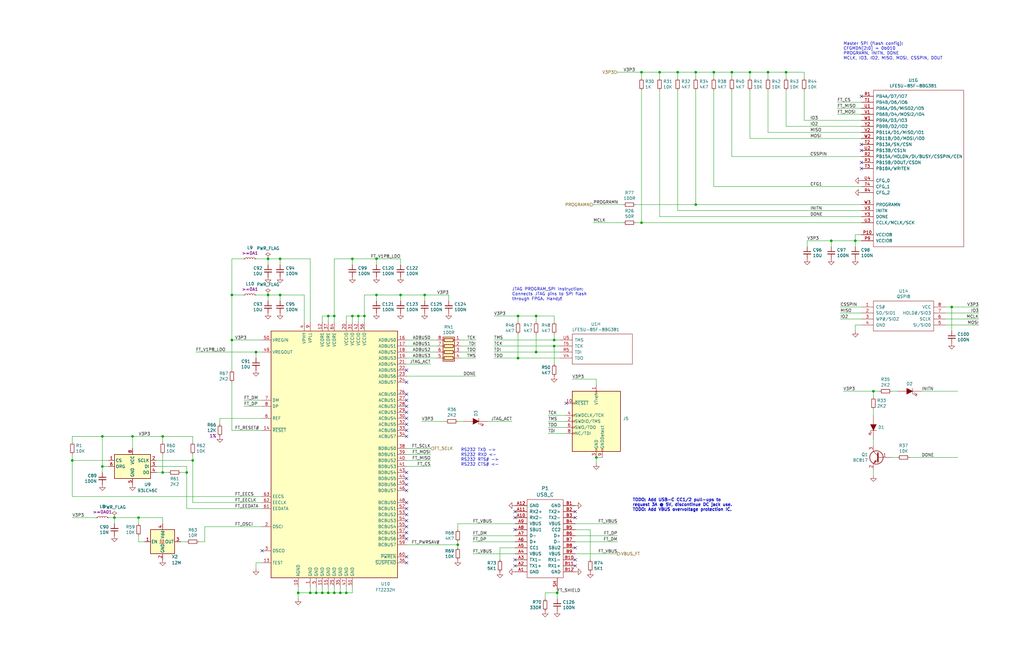
<source format=kicad_sch>
(kicad_sch (version 20210621) (generator eeschema)
  (paper "B")
  (title_block (title "Tedium X8") (date "2020-03-13") (rev "20200313") (company "ShareBrained Technology, Inc.") (comment 1 "Copyright (C) 2020 Jared Boone") (comment 2 "Licensed under CERN-OHL-P v2"))
  (junction (at 30.48 194.31) (diameter 0.9144))
  (junction (at 43.18 184.15) (diameter 0.9144))
  (junction (at 43.18 196.85) (diameter 0.9144))
  (junction (at 48.26 218.44) (diameter 0.9144))
  (junction (at 55.88 184.15) (diameter 0.9144))
  (junction (at 58.42 218.44) (diameter 0.9144))
  (junction (at 68.58 184.15) (diameter 0.9144))
  (junction (at 68.58 199.39) (diameter 0.9144))
  (junction (at 78.74 199.39) (diameter 0.9144))
  (junction (at 81.28 194.31) (diameter 0.9144))
  (junction (at 97.79 124.46) (diameter 0.9144))
  (junction (at 97.79 143.51) (diameter 0.9144))
  (junction (at 107.95 148.59) (diameter 0.9144))
  (junction (at 113.03 109.22) (diameter 0.9144))
  (junction (at 113.03 124.46) (diameter 0.9144))
  (junction (at 118.11 109.22) (diameter 0.9144))
  (junction (at 118.11 124.46) (diameter 0.9144))
  (junction (at 125.73 250.19) (diameter 0.9144))
  (junction (at 130.81 250.19) (diameter 0.9144))
  (junction (at 133.35 250.19) (diameter 0.9144))
  (junction (at 135.89 250.19) (diameter 0.9144))
  (junction (at 138.43 133.35) (diameter 0.9144))
  (junction (at 138.43 250.19) (diameter 0.9144))
  (junction (at 140.97 133.35) (diameter 0.9144))
  (junction (at 140.97 250.19) (diameter 0.9144))
  (junction (at 143.51 250.19) (diameter 0.9144))
  (junction (at 146.05 250.19) (diameter 0.9144))
  (junction (at 148.59 109.22) (diameter 0.9144))
  (junction (at 148.59 133.35) (diameter 0.9144))
  (junction (at 151.13 133.35) (diameter 0.9144))
  (junction (at 153.67 133.35) (diameter 0.9144))
  (junction (at 158.75 109.22) (diameter 0.9144))
  (junction (at 158.75 124.46) (diameter 0.9144))
  (junction (at 168.91 124.46) (diameter 0.9144))
  (junction (at 179.07 124.46) (diameter 0.9144))
  (junction (at 193.04 229.87) (diameter 0.9144))
  (junction (at 218.44 133.35) (diameter 0.9144))
  (junction (at 218.44 151.13) (diameter 0.9144))
  (junction (at 226.06 133.35) (diameter 0.9144))
  (junction (at 226.06 148.59) (diameter 0.9144))
  (junction (at 233.68 143.51) (diameter 0.9144))
  (junction (at 233.68 146.05) (diameter 0.9144))
  (junction (at 234.95 250.19) (diameter 0.9144))
  (junction (at 251.46 193.04) (diameter 0.9144))
  (junction (at 270.51 30.48) (diameter 0.9144))
  (junction (at 270.51 93.98) (diameter 0.9144))
  (junction (at 278.13 30.48) (diameter 0.9144))
  (junction (at 285.75 30.48) (diameter 0.9144))
  (junction (at 293.37 30.48) (diameter 0.9144))
  (junction (at 293.37 86.36) (diameter 0.9144))
  (junction (at 300.99 30.48) (diameter 0.9144))
  (junction (at 308.61 30.48) (diameter 0.9144))
  (junction (at 316.23 30.48) (diameter 0.9144))
  (junction (at 323.85 30.48) (diameter 0.9144))
  (junction (at 331.47 30.48) (diameter 0.9144))
  (junction (at 350.52 101.6) (diameter 0.9144))
  (junction (at 360.68 101.6) (diameter 0.9144))
  (junction (at 368.3 165.1) (diameter 0.9144))
  (junction (at 401.32 129.54) (diameter 0.9144))
  (no_connect (at 110.49 232.41))
  (no_connect (at 171.45 156.21))
  (no_connect (at 171.45 161.29))
  (no_connect (at 171.45 166.37))
  (no_connect (at 171.45 168.91))
  (no_connect (at 171.45 171.45))
  (no_connect (at 171.45 173.99))
  (no_connect (at 171.45 176.53))
  (no_connect (at 171.45 179.07))
  (no_connect (at 171.45 181.61))
  (no_connect (at 171.45 184.15))
  (no_connect (at 171.45 199.39))
  (no_connect (at 171.45 201.93))
  (no_connect (at 171.45 204.47))
  (no_connect (at 171.45 207.01))
  (no_connect (at 171.45 212.09))
  (no_connect (at 171.45 214.63))
  (no_connect (at 171.45 217.17))
  (no_connect (at 171.45 219.71))
  (no_connect (at 171.45 222.25))
  (no_connect (at 171.45 224.79))
  (no_connect (at 171.45 227.33))
  (no_connect (at 171.45 234.95))
  (no_connect (at 171.45 237.49))
  (no_connect (at 217.17 215.9))
  (no_connect (at 217.17 218.44))
  (no_connect (at 217.17 223.52))
  (no_connect (at 217.17 236.22))
  (no_connect (at 217.17 238.76))
  (no_connect (at 238.76 170.18))
  (no_connect (at 242.57 215.9))
  (no_connect (at 242.57 218.44))
  (no_connect (at 242.57 231.14))
  (no_connect (at 242.57 236.22))
  (no_connect (at 242.57 238.76))
  (no_connect (at 363.22 40.64))
  (no_connect (at 363.22 60.96))
  (no_connect (at 363.22 63.5))
  (no_connect (at 363.22 68.58))
  (no_connect (at 363.22 71.12))
  (wire (pts (xy 30.48 184.15) (xy 43.18 184.15)))
  (wire (pts (xy 30.48 186.69) (xy 30.48 184.15)))
  (wire (pts (xy 30.48 194.31) (xy 30.48 191.77)))
  (wire (pts (xy 30.48 194.31) (xy 45.72 194.31)))
  (wire (pts (xy 30.48 209.55) (xy 30.48 194.31)))
  (wire (pts (xy 30.48 209.55) (xy 110.49 209.55)))
  (wire (pts (xy 40.64 218.44) (xy 30.48 218.44)))
  (wire (pts (xy 43.18 184.15) (xy 55.88 184.15)))
  (wire (pts (xy 43.18 196.85) (xy 43.18 184.15)))
  (wire (pts (xy 43.18 196.85) (xy 43.18 199.39)))
  (wire (pts (xy 45.72 196.85) (xy 43.18 196.85)))
  (wire (pts (xy 45.72 218.44) (xy 48.26 218.44)))
  (wire (pts (xy 48.26 218.44) (xy 48.26 220.98)))
  (wire (pts (xy 48.26 218.44) (xy 58.42 218.44)))
  (wire (pts (xy 55.88 184.15) (xy 55.88 189.23)))
  (wire (pts (xy 58.42 220.98) (xy 58.42 218.44)))
  (wire (pts (xy 58.42 226.06) (xy 58.42 228.6)))
  (wire (pts (xy 58.42 228.6) (xy 60.96 228.6)))
  (wire (pts (xy 66.04 196.85) (xy 78.74 196.85)))
  (wire (pts (xy 66.04 199.39) (xy 68.58 199.39)))
  (wire (pts (xy 68.58 184.15) (xy 55.88 184.15)))
  (wire (pts (xy 68.58 184.15) (xy 68.58 186.69)))
  (wire (pts (xy 68.58 184.15) (xy 81.28 184.15)))
  (wire (pts (xy 68.58 199.39) (xy 68.58 191.77)))
  (wire (pts (xy 68.58 199.39) (xy 71.12 199.39)))
  (wire (pts (xy 68.58 218.44) (xy 58.42 218.44)))
  (wire (pts (xy 68.58 218.44) (xy 68.58 220.98)))
  (wire (pts (xy 76.2 199.39) (xy 78.74 199.39)))
  (wire (pts (xy 78.74 196.85) (xy 78.74 199.39)))
  (wire (pts (xy 78.74 214.63) (xy 78.74 199.39)))
  (wire (pts (xy 78.74 214.63) (xy 110.49 214.63)))
  (wire (pts (xy 78.74 228.6) (xy 76.2 228.6)))
  (wire (pts (xy 81.28 186.69) (xy 81.28 184.15)))
  (wire (pts (xy 81.28 191.77) (xy 81.28 194.31)))
  (wire (pts (xy 81.28 194.31) (xy 66.04 194.31)))
  (wire (pts (xy 81.28 212.09) (xy 81.28 194.31)))
  (wire (pts (xy 81.28 212.09) (xy 110.49 212.09)))
  (wire (pts (xy 82.55 148.59) (xy 107.95 148.59)))
  (wire (pts (xy 86.36 222.25) (xy 86.36 228.6)))
  (wire (pts (xy 86.36 222.25) (xy 110.49 222.25)))
  (wire (pts (xy 86.36 228.6) (xy 83.82 228.6)))
  (wire (pts (xy 92.71 176.53) (xy 92.71 179.07)))
  (wire (pts (xy 97.79 109.22) (xy 102.87 109.22)))
  (wire (pts (xy 97.79 124.46) (xy 97.79 109.22)))
  (wire (pts (xy 97.79 143.51) (xy 97.79 124.46)))
  (wire (pts (xy 97.79 156.21) (xy 97.79 143.51)))
  (wire (pts (xy 97.79 181.61) (xy 97.79 161.29)))
  (wire (pts (xy 97.79 181.61) (xy 110.49 181.61)))
  (wire (pts (xy 102.87 124.46) (xy 97.79 124.46)))
  (wire (pts (xy 102.87 168.91) (xy 110.49 168.91)))
  (wire (pts (xy 102.87 171.45) (xy 110.49 171.45)))
  (wire (pts (xy 107.95 109.22) (xy 113.03 109.22)))
  (wire (pts (xy 107.95 124.46) (xy 113.03 124.46)))
  (wire (pts (xy 107.95 148.59) (xy 107.95 151.13)))
  (wire (pts (xy 107.95 237.49) (xy 107.95 240.03)))
  (wire (pts (xy 110.49 143.51) (xy 97.79 143.51)))
  (wire (pts (xy 110.49 148.59) (xy 107.95 148.59)))
  (wire (pts (xy 110.49 176.53) (xy 92.71 176.53)))
  (wire (pts (xy 110.49 237.49) (xy 107.95 237.49)))
  (wire (pts (xy 113.03 109.22) (xy 118.11 109.22)))
  (wire (pts (xy 113.03 111.76) (xy 113.03 109.22)))
  (wire (pts (xy 113.03 124.46) (xy 118.11 124.46)))
  (wire (pts (xy 113.03 127) (xy 113.03 124.46)))
  (wire (pts (xy 118.11 109.22) (xy 118.11 111.76)))
  (wire (pts (xy 118.11 109.22) (xy 130.81 109.22)))
  (wire (pts (xy 118.11 124.46) (xy 118.11 127)))
  (wire (pts (xy 118.11 124.46) (xy 128.27 124.46)))
  (wire (pts (xy 125.73 247.65) (xy 125.73 250.19)))
  (wire (pts (xy 125.73 250.19) (xy 125.73 252.73)))
  (wire (pts (xy 125.73 250.19) (xy 130.81 250.19)))
  (wire (pts (xy 128.27 135.89) (xy 128.27 124.46)))
  (wire (pts (xy 130.81 109.22) (xy 130.81 135.89)))
  (wire (pts (xy 130.81 247.65) (xy 130.81 250.19)))
  (wire (pts (xy 130.81 250.19) (xy 133.35 250.19)))
  (wire (pts (xy 133.35 250.19) (xy 133.35 247.65)))
  (wire (pts (xy 133.35 250.19) (xy 135.89 250.19)))
  (wire (pts (xy 135.89 135.89) (xy 135.89 133.35)))
  (wire (pts (xy 135.89 250.19) (xy 135.89 247.65)))
  (wire (pts (xy 135.89 250.19) (xy 138.43 250.19)))
  (wire (pts (xy 138.43 133.35) (xy 135.89 133.35)))
  (wire (pts (xy 138.43 133.35) (xy 138.43 135.89)))
  (wire (pts (xy 138.43 250.19) (xy 138.43 247.65)))
  (wire (pts (xy 138.43 250.19) (xy 140.97 250.19)))
  (wire (pts (xy 140.97 109.22) (xy 140.97 133.35)))
  (wire (pts (xy 140.97 133.35) (xy 138.43 133.35)))
  (wire (pts (xy 140.97 133.35) (xy 140.97 135.89)))
  (wire (pts (xy 140.97 250.19) (xy 140.97 247.65)))
  (wire (pts (xy 140.97 250.19) (xy 143.51 250.19)))
  (wire (pts (xy 143.51 250.19) (xy 143.51 247.65)))
  (wire (pts (xy 143.51 250.19) (xy 146.05 250.19)))
  (wire (pts (xy 146.05 135.89) (xy 146.05 133.35)))
  (wire (pts (xy 146.05 250.19) (xy 146.05 247.65)))
  (wire (pts (xy 146.05 250.19) (xy 148.59 250.19)))
  (wire (pts (xy 148.59 109.22) (xy 140.97 109.22)))
  (wire (pts (xy 148.59 109.22) (xy 148.59 111.76)))
  (wire (pts (xy 148.59 133.35) (xy 146.05 133.35)))
  (wire (pts (xy 148.59 135.89) (xy 148.59 133.35)))
  (wire (pts (xy 148.59 250.19) (xy 148.59 247.65)))
  (wire (pts (xy 151.13 133.35) (xy 148.59 133.35)))
  (wire (pts (xy 151.13 135.89) (xy 151.13 133.35)))
  (wire (pts (xy 153.67 124.46) (xy 153.67 133.35)))
  (wire (pts (xy 153.67 133.35) (xy 151.13 133.35)))
  (wire (pts (xy 153.67 135.89) (xy 153.67 133.35)))
  (wire (pts (xy 158.75 109.22) (xy 148.59 109.22)))
  (wire (pts (xy 158.75 109.22) (xy 158.75 111.76)))
  (wire (pts (xy 158.75 124.46) (xy 153.67 124.46)))
  (wire (pts (xy 158.75 124.46) (xy 158.75 127)))
  (wire (pts (xy 158.75 124.46) (xy 168.91 124.46)))
  (wire (pts (xy 168.91 109.22) (xy 158.75 109.22)))
  (wire (pts (xy 168.91 109.22) (xy 168.91 111.76)))
  (wire (pts (xy 168.91 124.46) (xy 168.91 127)))
  (wire (pts (xy 168.91 124.46) (xy 179.07 124.46)))
  (wire (pts (xy 171.45 143.51) (xy 184.15 143.51)))
  (wire (pts (xy 171.45 146.05) (xy 184.15 146.05)))
  (wire (pts (xy 171.45 148.59) (xy 184.15 148.59)))
  (wire (pts (xy 171.45 151.13) (xy 184.15 151.13)))
  (wire (pts (xy 171.45 229.87) (xy 193.04 229.87)))
  (wire (pts (xy 177.8 177.8) (xy 187.96 177.8)))
  (wire (pts (xy 179.07 124.46) (xy 179.07 127)))
  (wire (pts (xy 181.61 153.67) (xy 171.45 153.67)))
  (wire (pts (xy 181.61 189.23) (xy 171.45 189.23)))
  (wire (pts (xy 181.61 191.77) (xy 171.45 191.77)))
  (wire (pts (xy 181.61 194.31) (xy 171.45 194.31)))
  (wire (pts (xy 181.61 196.85) (xy 171.45 196.85)))
  (wire (pts (xy 189.23 124.46) (xy 179.07 124.46)))
  (wire (pts (xy 189.23 124.46) (xy 189.23 127)))
  (wire (pts (xy 193.04 220.98) (xy 193.04 223.52)))
  (wire (pts (xy 193.04 220.98) (xy 217.17 220.98)))
  (wire (pts (xy 193.04 228.6) (xy 193.04 229.87)))
  (wire (pts (xy 193.04 229.87) (xy 193.04 231.14)))
  (wire (pts (xy 194.31 143.51) (xy 200.66 143.51)))
  (wire (pts (xy 194.31 146.05) (xy 200.66 146.05)))
  (wire (pts (xy 194.31 148.59) (xy 200.66 148.59)))
  (wire (pts (xy 194.31 151.13) (xy 200.66 151.13)))
  (wire (pts (xy 195.58 177.8) (xy 193.04 177.8)))
  (wire (pts (xy 199.39 226.06) (xy 217.17 226.06)))
  (wire (pts (xy 199.39 228.6) (xy 217.17 228.6)))
  (wire (pts (xy 199.39 233.68) (xy 217.17 233.68)))
  (wire (pts (xy 200.66 158.75) (xy 171.45 158.75)))
  (wire (pts (xy 208.28 133.35) (xy 218.44 133.35)))
  (wire (pts (xy 208.28 143.51) (xy 233.68 143.51)))
  (wire (pts (xy 208.28 146.05) (xy 233.68 146.05)))
  (wire (pts (xy 208.28 148.59) (xy 226.06 148.59)))
  (wire (pts (xy 208.28 151.13) (xy 218.44 151.13)))
  (wire (pts (xy 210.82 231.14) (xy 210.82 236.22)))
  (wire (pts (xy 215.9 177.8) (xy 205.74 177.8)))
  (wire (pts (xy 217.17 231.14) (xy 210.82 231.14)))
  (wire (pts (xy 218.44 133.35) (xy 218.44 135.89)))
  (wire (pts (xy 218.44 133.35) (xy 226.06 133.35)))
  (wire (pts (xy 218.44 140.97) (xy 218.44 151.13)))
  (wire (pts (xy 218.44 151.13) (xy 236.22 151.13)))
  (wire (pts (xy 226.06 133.35) (xy 226.06 135.89)))
  (wire (pts (xy 226.06 140.97) (xy 226.06 148.59)))
  (wire (pts (xy 226.06 148.59) (xy 236.22 148.59)))
  (wire (pts (xy 229.87 250.19) (xy 229.87 252.73)))
  (wire (pts (xy 231.14 175.26) (xy 238.76 175.26)))
  (wire (pts (xy 231.14 177.8) (xy 238.76 177.8)))
  (wire (pts (xy 231.14 180.34) (xy 238.76 180.34)))
  (wire (pts (xy 231.14 182.88) (xy 238.76 182.88)))
  (wire (pts (xy 233.68 133.35) (xy 226.06 133.35)))
  (wire (pts (xy 233.68 135.89) (xy 233.68 133.35)))
  (wire (pts (xy 233.68 140.97) (xy 233.68 143.51)))
  (wire (pts (xy 233.68 143.51) (xy 236.22 143.51)))
  (wire (pts (xy 233.68 146.05) (xy 233.68 153.67)))
  (wire (pts (xy 233.68 146.05) (xy 236.22 146.05)))
  (wire (pts (xy 234.95 248.92) (xy 234.95 250.19)))
  (wire (pts (xy 234.95 250.19) (xy 229.87 250.19)))
  (wire (pts (xy 234.95 250.19) (xy 234.95 252.73)))
  (wire (pts (xy 241.3 160.02) (xy 251.46 160.02)))
  (wire (pts (xy 242.57 223.52) (xy 248.92 223.52)))
  (wire (pts (xy 248.92 223.52) (xy 248.92 236.22)))
  (wire (pts (xy 250.19 86.36) (xy 262.89 86.36)))
  (wire (pts (xy 251.46 160.02) (xy 251.46 162.56)))
  (wire (pts (xy 251.46 195.58) (xy 251.46 193.04)))
  (wire (pts (xy 254 193.04) (xy 251.46 193.04)))
  (wire (pts (xy 260.35 30.48) (xy 270.51 30.48)))
  (wire (pts (xy 260.35 220.98) (xy 242.57 220.98)))
  (wire (pts (xy 260.35 226.06) (xy 242.57 226.06)))
  (wire (pts (xy 260.35 228.6) (xy 242.57 228.6)))
  (wire (pts (xy 260.35 233.68) (xy 242.57 233.68)))
  (wire (pts (xy 262.89 93.98) (xy 250.19 93.98)))
  (wire (pts (xy 267.97 86.36) (xy 293.37 86.36)))
  (wire (pts (xy 270.51 30.48) (xy 270.51 33.02)))
  (wire (pts (xy 270.51 93.98) (xy 267.97 93.98)))
  (wire (pts (xy 270.51 93.98) (xy 270.51 38.1)))
  (wire (pts (xy 270.51 93.98) (xy 363.22 93.98)))
  (wire (pts (xy 278.13 30.48) (xy 270.51 30.48)))
  (wire (pts (xy 278.13 30.48) (xy 285.75 30.48)))
  (wire (pts (xy 278.13 33.02) (xy 278.13 30.48)))
  (wire (pts (xy 278.13 91.44) (xy 278.13 38.1)))
  (wire (pts (xy 285.75 30.48) (xy 285.75 33.02)))
  (wire (pts (xy 285.75 30.48) (xy 293.37 30.48)))
  (wire (pts (xy 285.75 88.9) (xy 285.75 38.1)))
  (wire (pts (xy 293.37 30.48) (xy 300.99 30.48)))
  (wire (pts (xy 293.37 33.02) (xy 293.37 30.48)))
  (wire (pts (xy 293.37 86.36) (xy 293.37 38.1)))
  (wire (pts (xy 293.37 86.36) (xy 363.22 86.36)))
  (wire (pts (xy 300.99 30.48) (xy 300.99 33.02)))
  (wire (pts (xy 300.99 30.48) (xy 308.61 30.48)))
  (wire (pts (xy 300.99 78.74) (xy 300.99 38.1)))
  (wire (pts (xy 308.61 30.48) (xy 316.23 30.48)))
  (wire (pts (xy 308.61 33.02) (xy 308.61 30.48)))
  (wire (pts (xy 308.61 66.04) (xy 308.61 38.1)))
  (wire (pts (xy 308.61 66.04) (xy 363.22 66.04)))
  (wire (pts (xy 316.23 30.48) (xy 323.85 30.48)))
  (wire (pts (xy 316.23 33.02) (xy 316.23 30.48)))
  (wire (pts (xy 316.23 58.42) (xy 316.23 38.1)))
  (wire (pts (xy 316.23 58.42) (xy 363.22 58.42)))
  (wire (pts (xy 323.85 30.48) (xy 323.85 33.02)))
  (wire (pts (xy 323.85 38.1) (xy 323.85 55.88)))
  (wire (pts (xy 323.85 55.88) (xy 363.22 55.88)))
  (wire (pts (xy 331.47 30.48) (xy 323.85 30.48)))
  (wire (pts (xy 331.47 33.02) (xy 331.47 30.48)))
  (wire (pts (xy 331.47 53.34) (xy 331.47 38.1)))
  (wire (pts (xy 331.47 53.34) (xy 363.22 53.34)))
  (wire (pts (xy 339.09 30.48) (xy 331.47 30.48)))
  (wire (pts (xy 339.09 33.02) (xy 339.09 30.48)))
  (wire (pts (xy 339.09 50.8) (xy 339.09 38.1)))
  (wire (pts (xy 339.09 50.8) (xy 363.22 50.8)))
  (wire (pts (xy 340.36 101.6) (xy 350.52 101.6)))
  (wire (pts (xy 340.36 104.14) (xy 340.36 101.6)))
  (wire (pts (xy 350.52 101.6) (xy 360.68 101.6)))
  (wire (pts (xy 350.52 104.14) (xy 350.52 101.6)))
  (wire (pts (xy 353.06 43.18) (xy 363.22 43.18)))
  (wire (pts (xy 353.06 45.72) (xy 363.22 45.72)))
  (wire (pts (xy 353.06 48.26) (xy 363.22 48.26)))
  (wire (pts (xy 354.33 129.54) (xy 363.22 129.54)))
  (wire (pts (xy 354.33 132.08) (xy 363.22 132.08)))
  (wire (pts (xy 354.33 134.62) (xy 363.22 134.62)))
  (wire (pts (xy 355.6 165.1) (xy 368.3 165.1)))
  (wire (pts (xy 360.68 99.06) (xy 360.68 101.6)))
  (wire (pts (xy 360.68 101.6) (xy 363.22 101.6)))
  (wire (pts (xy 360.68 104.14) (xy 360.68 101.6)))
  (wire (pts (xy 360.68 137.16) (xy 360.68 139.7)))
  (wire (pts (xy 363.22 78.74) (xy 300.99 78.74)))
  (wire (pts (xy 363.22 88.9) (xy 285.75 88.9)))
  (wire (pts (xy 363.22 91.44) (xy 278.13 91.44)))
  (wire (pts (xy 363.22 99.06) (xy 360.68 99.06)))
  (wire (pts (xy 363.22 137.16) (xy 360.68 137.16)))
  (wire (pts (xy 368.3 167.64) (xy 368.3 165.1)))
  (wire (pts (xy 368.3 175.26) (xy 368.3 172.72)))
  (wire (pts (xy 368.3 187.96) (xy 368.3 185.42)))
  (wire (pts (xy 368.3 200.66) (xy 368.3 198.12)))
  (wire (pts (xy 370.84 165.1) (xy 368.3 165.1)))
  (wire (pts (xy 378.46 165.1) (xy 375.92 165.1)))
  (wire (pts (xy 378.46 193.04) (xy 375.92 193.04)))
  (wire (pts (xy 398.78 129.54) (xy 401.32 129.54)))
  (wire (pts (xy 398.78 132.08) (xy 412.75 132.08)))
  (wire (pts (xy 398.78 134.62) (xy 412.75 134.62)))
  (wire (pts (xy 398.78 137.16) (xy 412.75 137.16)))
  (wire (pts (xy 401.32 129.54) (xy 401.32 139.7)))
  (wire (pts (xy 403.86 165.1) (xy 388.62 165.1)))
  (wire (pts (xy 403.86 193.04) (xy 383.54 193.04)))
  (wire (pts (xy 412.75 129.54) (xy 401.32 129.54)))
  (text "RS232 TXD ->\nRS232 RXD <-\nRS232 RTS# ->\nRS232 CTS# <-" (at 194.31 196.85 0) (effects (font (size 1.27 1.27)) (justify left bottom)))
  (text "JTAG PROGRAM_SPI Instruction:\nConnects JTAG pins to SPI flash\nthrough FPGA. Handy!" (at 215.9 127 0) (effects (font (size 1.27 1.27)) (justify left bottom)))
  (text "TODO: Add USB-C CC1/2 pull-ups to\nrequest 3A @ 5V, discontinue DC jack use.\nTODO: Add VBUS overvoltage protection IC." (at 266.7 215.9 0) (effects (font (size 1.27 1.27) (thickness 0.254) bold) (justify left bottom)))
  (text "Master SPI (flash config):\nCFGMDN[2:0] = 0b010\nPROGRAMN, INITN, DONE\nMCLK, IO3, IO2, MISO, MOSI, CSSPIN, DOUT" (at 355.6 25.4 0) (effects (font (size 1.27 1.27)) (justify left bottom)))
  (label "V3P3" (at 30.48 218.44 0))
  (label "V3P3" (at 58.42 184.15 0))
  (label "FT_V1P8_LDO" (at 82.55 148.59 0))
  (label "V3P3" (at 99.06 143.51 0))
  (label "FT_RESET#" (at 99.06 181.61 0))
  (label "FT_EECS" (at 99.06 209.55 0))
  (label "FT_EECLK" (at 99.06 212.09 0))
  (label "FT_EEDATA" (at 99.06 214.63 0))
  (label "FT_OSCI" (at 99.06 222.25 0))
  (label "FT_DM" (at 102.87 168.91 0))
  (label "FT_DP" (at 102.87 171.45 0))
  (label "FT_V1P8_LDO" (at 168.91 109.22 180))
  (label "ADBUS0" (at 173.99 143.51 0))
  (label "ADBUS1" (at 173.99 146.05 0))
  (label "ADBUS2" (at 173.99 148.59 0))
  (label "ADBUS3" (at 173.99 151.13 0))
  (label "V3P3" (at 177.8 177.8 0))
  (label "JTAG_ACT" (at 181.61 153.67 180))
  (label "FT_SCLK" (at 181.61 189.23 180))
  (label "FT_MOSI" (at 181.61 191.77 180))
  (label "FT_MISO" (at 181.61 194.31 180))
  (label "FT_CS" (at 181.61 196.85 180))
  (label "FT_PWRSAV#" (at 185.42 229.87 180))
  (label "V3P3" (at 189.23 124.46 180))
  (label "FT_VBUS" (at 199.39 220.98 0))
  (label "FT_DM" (at 199.39 226.06 0))
  (label "FT_DP" (at 199.39 228.6 0))
  (label "FT_VBUS" (at 199.39 233.68 0))
  (label "TCK" (at 200.66 143.51 180))
  (label "TDI" (at 200.66 146.05 180))
  (label "TDO" (at 200.66 148.59 180))
  (label "TMS" (at 200.66 151.13 180))
  (label "DONE" (at 200.66 158.75 180))
  (label "V3P3" (at 208.28 133.35 0))
  (label "TMS" (at 208.28 143.51 0))
  (label "TCK" (at 208.28 146.05 0))
  (label "TDI" (at 208.28 148.59 0))
  (label "TDO" (at 208.28 151.13 0))
  (label "JTAG_ACT" (at 215.9 177.8 180))
  (label "TCK" (at 231.14 175.26 0))
  (label "TMS" (at 231.14 177.8 0))
  (label "TDO" (at 231.14 180.34 0))
  (label "TDI" (at 231.14 182.88 0))
  (label "FT_SHIELD" (at 234.95 250.19 0))
  (label "V3P3" (at 241.3 160.02 0))
  (label "PROGRAMN" (at 250.19 86.36 0))
  (label "MCLK" (at 250.19 93.98 0))
  (label "FT_VBUS" (at 260.35 220.98 180))
  (label "FT_DP" (at 260.35 226.06 180))
  (label "FT_DM" (at 260.35 228.6 180))
  (label "FT_VBUS" (at 260.35 233.68 180))
  (label "V3P3" (at 262.89 30.48 0))
  (label "V3P3" (at 340.36 101.6 0))
  (label "IO3" (at 341.63 50.8 0))
  (label "IO2" (at 341.63 53.34 0))
  (label "MISO" (at 341.63 55.88 0))
  (label "MOSI" (at 341.63 58.42 0))
  (label "CSSPIN" (at 341.63 66.04 0))
  (label "CFG1" (at 341.63 78.74 0))
  (label "INITN" (at 341.63 88.9 0))
  (label "DONE" (at 341.63 91.44 0))
  (label "FT_CS" (at 353.06 43.18 0))
  (label "FT_MISO" (at 353.06 45.72 0))
  (label "FT_MOSI" (at 353.06 48.26 0))
  (label "CSSPIN" (at 354.33 129.54 0))
  (label "MISO" (at 354.33 132.08 0))
  (label "IO2" (at 354.33 134.62 0))
  (label "V3P3" (at 355.6 165.1 0))
  (label "INITN" (at 388.62 165.1 0))
  (label "DONE" (at 388.62 193.04 0))
  (label "V3P3" (at 412.75 129.54 180))
  (label "IO3" (at 412.75 132.08 180))
  (label "MCLK" (at 412.75 134.62 180))
  (label "MOSI" (at 412.75 137.16 180))
  (hierarchical_label "FT_SCLK" (shape input) (at 181.61 189.23 0))
  (hierarchical_label "PROGRAMN" (shape input) (at 250.19 86.36 180))
  (hierarchical_label "V3P3" (shape input) (at 260.35 30.48 180))
  (hierarchical_label "VBUS_FT" (shape output) (at 260.35 233.68 0))
  (symbol (lib_id "Device:L_Small") (at 43.18 218.44 90)
    (property "Reference" "L8" (at 43.18 213.741 90))
    (property "Value" "L_Small" (effects hide))
    (property "Footprint" "ipc_beadc:IPC_BEADC160X80X95L40N" (effects hide))
    (property "I" ">=0A01" (at 43.18 216.0524 90))
    (property "Mfr" "Murata" (effects hide))
    (property "Part" "BLM18RK102SN1D" (effects hide))
  )
  (symbol (lib_id "Device:L_Small") (at 105.41 109.22 90)
    (property "Reference" "L9" (at 105.41 104.521 90))
    (property "Value" "L_Small" (effects hide))
    (property "Footprint" "ipc_beadc:IPC_BEADC160X80X95L40N" (effects hide))
    (property "Datasheet" "https://www.murata.com/en-us/products/productdata/8796738650142/ENFA0003.pdf" (effects hide))
    (property "I" ">=0A1" (at 105.41 106.8324 90))
    (property "Mfr" "Murata" (effects hide))
    (property "Part" "BLM18PG600SN1D" (effects hide))
  )
  (symbol (lib_id "Device:L_Small") (at 105.41 124.46 90)
    (property "Reference" "L10" (at 105.41 119.761 90))
    (property "Value" "L_Small" (effects hide))
    (property "Footprint" "ipc_beadc:IPC_BEADC160X80X95L40N" (effects hide))
    (property "Datasheet" "https://www.murata.com/en-us/products/productdata/8796738650142/ENFA0003.pdf" (effects hide))
    (property "I" ">=0A1" (at 105.41 122.0724 90))
    (property "Mfr" "Murata" (effects hide))
    (property "Part" "BLM18PG600SN1D" (effects hide))
  )
  (symbol (lib_id "power:PWR_FLAG") (at 48.26 218.44 0) (unit 1)
    (property "Reference" "#FLG0119" (effects hide))
    (property "Value" "PWR_FLAG" (at 48.26 214.0458 0))
  )
  (symbol (lib_id "power:PWR_FLAG") (at 113.03 109.22 0) (unit 1)
    (property "Reference" "#FLG0117" (effects hide))
    (property "Value" "PWR_FLAG" (at 113.03 104.8258 0))
  )
  (symbol (lib_id "power:PWR_FLAG") (at 113.03 124.46 0) (unit 1)
    (property "Reference" "#FLG0118" (effects hide))
    (property "Value" "PWR_FLAG" (at 113.03 120.0658 0))
  )
  (symbol (lib_id "power:GND") (at 43.18 204.47 0) (unit 1)
    (property "Reference" "#PWR0184" (effects hide))
    (property "Value" "GND" (effects hide))
  )
  (symbol (lib_id "power:GND") (at 48.26 226.06 0)
    (property "Reference" "#PWR0198" (effects hide))
    (property "Value" "GND" (effects hide))
  )
  (symbol (lib_id "power:GND") (at 55.88 204.47 0) (unit 1)
    (property "Reference" "#PWR0183" (effects hide))
    (property "Value" "GND" (effects hide))
  )
  (symbol (lib_id "power:GND") (at 68.58 236.22 0)
    (property "Reference" "#PWR0186" (effects hide))
    (property "Value" "GND" (effects hide))
  )
  (symbol (lib_id "power:GND") (at 92.71 184.15 0) (unit 1)
    (property "Reference" "#PWR0182" (effects hide))
    (property "Value" "GND" (effects hide))
  )
  (symbol (lib_id "power:GND") (at 107.95 156.21 0) (unit 1)
    (property "Reference" "#PWR0185" (effects hide))
    (property "Value" "GND" (effects hide))
  )
  (symbol (lib_id "power:GND") (at 107.95 240.03 0) (unit 1)
    (property "Reference" "#PWR0181" (effects hide))
    (property "Value" "GND" (effects hide))
  )
  (symbol (lib_id "power:GND") (at 113.03 116.84 0) (mirror y)
    (property "Reference" "#PWR0189" (effects hide))
    (property "Value" "GND" (effects hide))
  )
  (symbol (lib_id "power:GND") (at 113.03 132.08 0) (mirror y)
    (property "Reference" "#PWR0190" (effects hide))
    (property "Value" "GND" (effects hide))
  )
  (symbol (lib_id "power:GND") (at 118.11 116.84 0) (mirror y)
    (property "Reference" "#PWR0188" (effects hide))
    (property "Value" "GND" (effects hide))
  )
  (symbol (lib_id "power:GND") (at 118.11 132.08 0)
    (property "Reference" "#PWR0187" (effects hide))
    (property "Value" "GND" (effects hide))
  )
  (symbol (lib_id "power:GND") (at 125.73 252.73 0) (unit 1)
    (property "Reference" "#PWR0180" (effects hide))
    (property "Value" "GND" (effects hide))
  )
  (symbol (lib_id "power:GND") (at 148.59 116.84 0) (mirror y)
    (property "Reference" "#PWR0194" (effects hide))
    (property "Value" "GND" (effects hide))
  )
  (symbol (lib_id "power:GND") (at 158.75 116.84 0) (mirror y)
    (property "Reference" "#PWR0193" (effects hide))
    (property "Value" "GND" (effects hide))
  )
  (symbol (lib_id "power:GND") (at 158.75 132.08 0) (mirror y)
    (property "Reference" "#PWR0197" (effects hide))
    (property "Value" "GND" (effects hide))
  )
  (symbol (lib_id "power:GND") (at 168.91 116.84 0) (mirror y)
    (property "Reference" "#PWR0192" (effects hide))
    (property "Value" "GND" (effects hide))
  )
  (symbol (lib_id "power:GND") (at 168.91 132.08 0) (mirror y)
    (property "Reference" "#PWR0196" (effects hide))
    (property "Value" "GND" (effects hide))
  )
  (symbol (lib_id "power:GND") (at 179.07 132.08 0) (mirror y)
    (property "Reference" "#PWR0195" (effects hide))
    (property "Value" "GND" (effects hide))
  )
  (symbol (lib_id "power:GND") (at 189.23 132.08 0) (mirror y)
    (property "Reference" "#PWR0191" (effects hide))
    (property "Value" "GND" (effects hide))
  )
  (symbol (lib_id "power:GND") (at 193.04 236.22 0) (unit 1)
    (property "Reference" "#PWR0205" (effects hide))
    (property "Value" "GND" (effects hide))
  )
  (symbol (lib_id "power:GND") (at 210.82 241.3 0) (unit 1)
    (property "Reference" "#PWR0167" (effects hide))
    (property "Value" "GND" (effects hide))
  )
  (symbol (lib_id "power:GND") (at 217.17 213.36 270) (unit 1)
    (property "Reference" "#PWR0202" (effects hide))
    (property "Value" "GND" (effects hide))
  )
  (symbol (lib_id "power:GND") (at 217.17 241.3 270) (unit 1)
    (property "Reference" "#PWR0201" (effects hide))
    (property "Value" "GND" (effects hide))
  )
  (symbol (lib_id "power:GND") (at 229.87 257.81 0) (unit 1)
    (property "Reference" "#PWR0199" (effects hide))
    (property "Value" "GND" (effects hide))
  )
  (symbol (lib_id "power:GND") (at 233.68 158.75 0) (unit 1)
    (property "Reference" "#PWR0108" (effects hide))
    (property "Value" "GND" (effects hide))
  )
  (symbol (lib_id "power:GND") (at 234.95 257.81 0) (unit 1)
    (property "Reference" "#PWR0200" (effects hide))
    (property "Value" "GND" (effects hide))
  )
  (symbol (lib_id "power:GND") (at 242.57 213.36 90) (unit 1)
    (property "Reference" "#PWR0203" (effects hide))
    (property "Value" "GND" (effects hide))
  )
  (symbol (lib_id "power:GND") (at 242.57 241.3 90) (unit 1)
    (property "Reference" "#PWR0204" (effects hide))
    (property "Value" "GND" (effects hide))
  )
  (symbol (lib_id "power:GND") (at 248.92 241.3 0) (unit 1)
    (property "Reference" "#PWR0162" (effects hide))
    (property "Value" "GND" (effects hide))
  )
  (symbol (lib_id "power:GND") (at 251.46 195.58 0) (unit 1)
    (property "Reference" "#PWR0112" (effects hide))
    (property "Value" "GND" (effects hide))
  )
  (symbol (lib_id "power:GND") (at 340.36 109.22 0)
    (property "Reference" "#PWR0101" (effects hide))
    (property "Value" "GND" (effects hide))
  )
  (symbol (lib_id "power:GND") (at 350.52 109.22 0) (unit 1)
    (property "Reference" "#PWR0104" (effects hide))
    (property "Value" "GND" (effects hide))
  )
  (symbol (lib_id "power:GND") (at 360.68 109.22 0) (unit 1)
    (property "Reference" "#PWR0105" (effects hide))
    (property "Value" "GND" (effects hide))
  )
  (symbol (lib_id "power:GND") (at 360.68 139.7 0) (unit 1)
    (property "Reference" "#PWR0102" (effects hide))
    (property "Value" "GND" (effects hide))
  )
  (symbol (lib_id "power:GND") (at 363.22 76.2 270)
    (property "Reference" "#PWR0106" (effects hide))
    (property "Value" "GND" (effects hide))
  )
  (symbol (lib_id "power:GND") (at 363.22 81.28 270)
    (property "Reference" "#PWR0103" (effects hide))
    (property "Value" "GND" (effects hide))
  )
  (symbol (lib_id "power:GND") (at 368.3 200.66 0) (unit 1)
    (property "Reference" "#PWR098" (effects hide))
    (property "Value" "GND" (effects hide))
  )
  (symbol (lib_id "power:GND") (at 401.32 144.78 0) (unit 1)
    (property "Reference" "#PWR0110" (effects hide))
    (property "Value" "GND" (effects hide))
  )
  (symbol (lib_id "Device:R_Small") (at 30.48 189.23 0) (unit 1)
    (property "Reference" "R1" (at 31.9786 188.0616 0) (effects (justify left)))
    (property "Value" "10K" (at 31.9786 190.373 0) (effects (justify left)))
    (property "Footprint" "ipc_resc:IPC_RESC100X50X40L25N" (effects hide))
    (property "Mfr" "Panasonic" (effects hide))
    (property "Part" "ERJ-2RKF1002X" (effects hide))
  )
  (symbol (lib_id "Device:R_Small") (at 58.42 223.52 0) (mirror x)
    (property "Reference" "R59" (at 56.9468 222.3516 0) (effects (justify right)))
    (property "Value" "10K" (at 56.9468 224.663 0) (effects (justify right)))
    (property "Footprint" "ipc_resc:IPC_RESC100X50X40L25N" (effects hide))
    (property "Mfr" "Panasonic" (effects hide))
    (property "Part" "ERJ-2RKF1002X" (effects hide))
  )
  (symbol (lib_id "Device:R_Small") (at 68.58 189.23 0) (unit 1)
    (property "Reference" "R60" (at 70.0786 188.0616 0) (effects (justify left)))
    (property "Value" "10K" (at 70.0786 190.373 0) (effects (justify left)))
    (property "Footprint" "ipc_resc:IPC_RESC100X50X40L25N" (effects hide))
    (property "Mfr" "Panasonic" (effects hide))
    (property "Part" "ERJ-2RKF1002X" (effects hide))
  )
  (symbol (lib_id "Device:R_Small") (at 73.66 199.39 270) (unit 1)
    (property "Reference" "R61" (at 73.66 202.0316 90))
    (property "Value" "2K2" (at 73.66 204.343 90))
    (property "Footprint" "ipc_resc:IPC_RESC100X50X40L25N" (effects hide))
    (property "Mfr" "Yageo" (effects hide))
    (property "Part" "RC0402FR-072K2L" (effects hide))
  )
  (symbol (lib_id "Device:R_Small") (at 81.28 189.23 0) (unit 1)
    (property "Reference" "R62" (at 82.7786 188.0616 0) (effects (justify left)))
    (property "Value" "10K" (at 82.7786 190.373 0) (effects (justify left)))
    (property "Footprint" "ipc_resc:IPC_RESC100X50X40L25N" (effects hide))
    (property "Mfr" "Panasonic" (effects hide))
    (property "Part" "ERJ-2RKF1002X" (effects hide))
  )
  (symbol (lib_id "Device:R_Small") (at 81.28 228.6 90) (mirror x)
    (property "Reference" "R63" (at 81.28 223.6216 90))
    (property "Value" "10R" (at 81.28 225.933 90))
    (property "Footprint" "ipc_resc:IPC_RESC100X50X40L25N" (effects hide))
  )
  (symbol (lib_id "Device:R_Small") (at 92.71 181.61 180) (unit 1)
    (property "Reference" "R66" (at 91.2368 179.2986 0) (effects (justify left)))
    (property "Value" "12K" (at 91.2368 181.61 0) (effects (justify left)))
    (property "Footprint" "ipc_resc:IPC_RESC100X50X40L25N" (effects hide))
    (property "TOL" "1%" (at 91.2368 183.9214 0) (effects (justify left)))
    (property "Mfr" "Panasonic" (effects hide))
    (property "Part" "ERJ-2RKF1202X" (effects hide))
  )
  (symbol (lib_id "Device:R_Small") (at 97.79 158.75 0) (mirror y) (unit 1)
    (property "Reference" "R67" (at 96.3168 157.5816 0) (effects (justify left)))
    (property "Value" "2K2" (at 96.3168 159.893 0) (effects (justify left)))
    (property "Footprint" "ipc_resc:IPC_RESC100X50X40L25N" (effects hide))
    (property "Mfr" "Yageo" (effects hide))
    (property "Part" "RC0402FR-072K2L" (effects hide))
  )
  (symbol (lib_id "Device:R_Small") (at 190.5 177.8 270) (unit 1)
    (property "Reference" "R36" (at 190.5 172.8216 90))
    (property "Value" "2K2" (at 190.5 175.133 90))
    (property "Footprint" "ipc_resc:IPC_RESC100X50X40L25N" (effects hide))
    (property "Mfr" "Yageo" (effects hide))
    (property "Part" "RC0402FR-072K2L" (effects hide))
  )
  (symbol (lib_id "Device:R_Small") (at 193.04 226.06 0) (mirror y) (unit 1)
    (property "Reference" "R68" (at 191.5414 224.8916 0) (effects (justify left)))
    (property "Value" "4K7" (at 191.5414 227.203 0) (effects (justify left)))
    (property "Footprint" "ipc_resc:IPC_RESC100X50X40L25N" (effects hide))
    (property "Mfr" "Panasonic" (effects hide))
    (property "Part" "ERJ-2RKF4701X" (effects hide))
  )
  (symbol (lib_id "Device:R_Small") (at 193.04 233.68 0) (mirror y) (unit 1)
    (property "Reference" "R69" (at 191.5414 232.5116 0) (effects (justify left)))
    (property "Value" "10K" (at 191.5414 234.823 0) (effects (justify left)))
    (property "Footprint" "ipc_resc:IPC_RESC100X50X40L25N" (effects hide))
    (property "Mfr" "Panasonic" (effects hide))
    (property "Part" "ERJ-2RKF1002X" (effects hide))
  )
  (symbol (lib_id "Device:R_Small") (at 210.82 238.76 0) (mirror y) (unit 1)
    (property "Reference" "R73" (at 209.3214 237.5916 0) (effects (justify left)))
    (property "Value" "5K1" (at 209.3214 239.903 0) (effects (justify left)))
    (property "Footprint" "ipc_resc:IPC_RESC100X50X40L25N" (effects hide))
    (property "Mfr" "Yageo" (effects hide))
    (property "Part" "RC0402FR-075K1L‎" (effects hide))
  )
  (symbol (lib_id "Device:R_Small") (at 218.44 138.43 0) (mirror y) (unit 1)
    (property "Reference" "R46" (at 216.9414 137.2616 0) (effects (justify left)))
    (property "Value" "4K7" (at 216.9414 139.573 0) (effects (justify left)))
    (property "Footprint" "ipc_resc:IPC_RESC100X50X40L25N" (effects hide))
    (property "Mfr" "Panasonic" (effects hide))
    (property "Part" "ERJ-2RKF4701X" (effects hide))
  )
  (symbol (lib_id "Device:R_Small") (at 226.06 138.43 0) (mirror y) (unit 1)
    (property "Reference" "R47" (at 224.5614 137.2616 0) (effects (justify left)))
    (property "Value" "4K7" (at 224.5614 139.573 0) (effects (justify left)))
    (property "Footprint" "ipc_resc:IPC_RESC100X50X40L25N" (effects hide))
    (property "Mfr" "Panasonic" (effects hide))
    (property "Part" "ERJ-2RKF4701X" (effects hide))
  )
  (symbol (lib_id "Device:R_Small") (at 229.87 255.27 0) (unit 1)
    (property "Reference" "R70" (at 228.3968 254.1016 0) (effects (justify right)))
    (property "Value" "330R" (at 228.3968 256.413 0) (effects (justify right)))
    (property "Footprint" "ipc_resc:IPC_RESC160X80X55L25N" (effects hide))
    (property "Mfr" "Yageo" (effects hide))
    (property "Part" "RC0603FR-07330RL" (effects hide))
  )
  (symbol (lib_id "Device:R_Small") (at 233.68 138.43 0) (mirror y) (unit 1)
    (property "Reference" "R48" (at 232.1814 137.2616 0) (effects (justify left)))
    (property "Value" "4K7" (at 232.1814 139.573 0) (effects (justify left)))
    (property "Footprint" "ipc_resc:IPC_RESC100X50X40L25N" (effects hide))
    (property "Mfr" "Panasonic" (effects hide))
    (property "Part" "ERJ-2RKF4701X" (effects hide))
  )
  (symbol (lib_id "Device:R_Small") (at 233.68 156.21 0) (unit 1)
    (property "Reference" "R50" (at 232.2068 155.0416 0) (effects (justify right)))
    (property "Value" "4K7" (at 232.2068 157.353 0) (effects (justify right)))
    (property "Footprint" "ipc_resc:IPC_RESC100X50X40L25N" (effects hide))
    (property "Mfr" "Panasonic" (effects hide))
    (property "Part" "ERJ-2RKF4701X" (effects hide))
  )
  (symbol (lib_id "Device:R_Small") (at 248.92 238.76 0) (unit 1)
    (property "Reference" "R74" (at 250.4186 237.5916 0) (effects (justify left)))
    (property "Value" "5K1" (at 250.4186 239.903 0) (effects (justify left)))
    (property "Footprint" "ipc_resc:IPC_RESC100X50X40L25N" (effects hide))
    (property "Mfr" "Yageo" (effects hide))
    (property "Part" "RC0402FR-075K1L‎" (effects hide))
  )
  (symbol (lib_id "Device:R_Small") (at 265.43 86.36 90) (mirror x) (unit 1)
    (property "Reference" "R77" (at 265.43 81.3816 90))
    (property "Value" "100R" (at 265.43 83.693 90))
    (property "Footprint" "ipc_resc:IPC_RESC100X50X40L25N" (effects hide))
  )
  (symbol (lib_id "Device:R_Small") (at 265.43 93.98 270) (unit 1)
    (property "Reference" "R26" (at 265.43 89.0016 90))
    (property "Value" "50R" (at 265.43 91.313 90))
    (property "Footprint" "ipc_resc:IPC_RESC100X50X40L25N" (effects hide))
  )
  (symbol (lib_id "Device:R_Small") (at 270.51 35.56 0) (unit 1)
    (property "Reference" "R30" (at 272.0086 34.3916 0) (effects (justify left)))
    (property "Value" "1K" (at 272.0086 36.703 0) (effects (justify left)))
    (property "Footprint" "ipc_resc:IPC_RESC100X50X40L25N" (effects hide))
    (property "Mfr" "Yageo" (effects hide))
    (property "Part" "RC0402FR-071KL" (effects hide))
  )
  (symbol (lib_id "Device:R_Small") (at 278.13 35.56 0) (unit 1)
    (property "Reference" "R31" (at 279.6286 34.3916 0) (effects (justify left)))
    (property "Value" "10K" (at 279.6286 36.703 0) (effects (justify left)))
    (property "Footprint" "ipc_resc:IPC_RESC100X50X40L25N" (effects hide))
    (property "Mfr" "Panasonic" (effects hide))
    (property "Part" "ERJ-2RKF1002X" (effects hide))
  )
  (symbol (lib_id "Device:R_Small") (at 285.75 35.56 0) (unit 1)
    (property "Reference" "R32" (at 287.2486 34.3916 0) (effects (justify left)))
    (property "Value" "4K7" (at 287.2486 36.703 0) (effects (justify left)))
    (property "Footprint" "ipc_resc:IPC_RESC100X50X40L25N" (effects hide))
    (property "Mfr" "Panasonic" (effects hide))
    (property "Part" "ERJ-2RKF4701X" (effects hide))
  )
  (symbol (lib_id "Device:R_Small") (at 293.37 35.56 0) (unit 1)
    (property "Reference" "R34" (at 294.8686 34.3916 0) (effects (justify left)))
    (property "Value" "4K7" (at 294.8686 36.703 0) (effects (justify left)))
    (property "Footprint" "ipc_resc:IPC_RESC100X50X40L25N" (effects hide))
    (property "Mfr" "Panasonic" (effects hide))
    (property "Part" "ERJ-2RKF4701X" (effects hide))
  )
  (symbol (lib_id "Device:R_Small") (at 300.99 35.56 0) (unit 1)
    (property "Reference" "R38" (at 302.4886 34.3916 0) (effects (justify left)))
    (property "Value" "4K7" (at 302.4886 36.703 0) (effects (justify left)))
    (property "Footprint" "ipc_resc:IPC_RESC100X50X40L25N" (effects hide))
    (property "Mfr" "Panasonic" (effects hide))
    (property "Part" "ERJ-2RKF4701X" (effects hide))
  )
  (symbol (lib_id "Device:R_Small") (at 308.61 35.56 0) (unit 1)
    (property "Reference" "R40" (at 310.1086 34.3916 0) (effects (justify left)))
    (property "Value" "4K7" (at 310.1086 36.703 0) (effects (justify left)))
    (property "Footprint" "ipc_resc:IPC_RESC100X50X40L25N" (effects hide))
    (property "Mfr" "Panasonic" (effects hide))
    (property "Part" "ERJ-2RKF4701X" (effects hide))
  )
  (symbol (lib_id "Device:R_Small") (at 316.23 35.56 0) (unit 1)
    (property "Reference" "R41" (at 317.7286 34.3916 0) (effects (justify left)))
    (property "Value" "10K" (at 317.7286 36.703 0) (effects (justify left)))
    (property "Footprint" "ipc_resc:IPC_RESC100X50X40L25N" (effects hide))
    (property "Mfr" "Panasonic" (effects hide))
    (property "Part" "ERJ-2RKF1002X" (effects hide))
  )
  (symbol (lib_id "Device:R_Small") (at 323.85 35.56 0) (unit 1)
    (property "Reference" "R42" (at 325.3486 34.3916 0) (effects (justify left)))
    (property "Value" "10K" (at 325.3486 36.703 0) (effects (justify left)))
    (property "Footprint" "ipc_resc:IPC_RESC100X50X40L25N" (effects hide))
    (property "Mfr" "Panasonic" (effects hide))
    (property "Part" "ERJ-2RKF1002X" (effects hide))
  )
  (symbol (lib_id "Device:R_Small") (at 331.47 35.56 0) (unit 1)
    (property "Reference" "R43" (at 332.9686 34.3916 0) (effects (justify left)))
    (property "Value" "10K" (at 332.9686 36.703 0) (effects (justify left)))
    (property "Footprint" "ipc_resc:IPC_RESC100X50X40L25N" (effects hide))
    (property "Mfr" "Panasonic" (effects hide))
    (property "Part" "ERJ-2RKF1002X" (effects hide))
  )
  (symbol (lib_id "Device:R_Small") (at 339.09 35.56 0) (unit 1)
    (property "Reference" "R44" (at 340.5886 34.3916 0) (effects (justify left)))
    (property "Value" "10K" (at 340.5886 36.703 0) (effects (justify left)))
    (property "Footprint" "ipc_resc:IPC_RESC100X50X40L25N" (effects hide))
    (property "Mfr" "Panasonic" (effects hide))
    (property "Part" "ERJ-2RKF1002X" (effects hide))
  )
  (symbol (lib_id "Device:R_Small") (at 368.3 170.18 0) (unit 1)
    (property "Reference" "R33" (at 369.7986 169.0116 0) (effects (justify left)))
    (property "Value" "2K2" (at 369.7986 171.323 0) (effects (justify left)))
    (property "Footprint" "ipc_resc:IPC_RESC100X50X40L25N" (effects hide))
    (property "Mfr" "Yageo" (effects hide))
    (property "Part" "RC0402FR-072K2L" (effects hide))
  )
  (symbol (lib_id "Device:R_Small") (at 373.38 165.1 90) (unit 1)
    (property "Reference" "R35" (at 373.38 160.1216 90))
    (property "Value" "2K2" (at 373.38 162.433 90))
    (property "Footprint" "ipc_resc:IPC_RESC100X50X40L25N" (effects hide))
    (property "Mfr" "Yageo" (effects hide))
    (property "Part" "RC0402FR-072K2L" (effects hide))
  )
  (symbol (lib_id "Device:R_Small") (at 381 193.04 90) (unit 1)
    (property "Reference" "R37" (at 381 188.0616 90))
    (property "Value" "10K" (at 381 190.373 90))
    (property "Footprint" "ipc_resc:IPC_RESC100X50X40L25N" (effects hide))
    (property "Mfr" "Panasonic" (effects hide))
    (property "Part" "ERJ-2RKF1002X" (effects hide))
  )
  (symbol (lib_id "Device:C_Small") (at 43.18 201.93 0) (mirror y)
    (property "Reference" "C89" (at 40.8432 200.7616 0) (effects (justify left)))
    (property "Value" "100N" (at 40.8432 203.073 0) (effects (justify left)))
    (property "Footprint" "ipc_capc:IPC_CAPC100X50X55L25N" (effects hide))
    (property "Mfr" "Murata" (effects hide))
    (property "Part" "GRM155R61A104KA01D" (effects hide))
  )
  (symbol (lib_id "Device:C_Small") (at 48.26 223.52 0) (mirror x)
    (property "Reference" "C90" (at 45.9232 222.3516 0) (effects (justify right)))
    (property "Value" "10N" (at 45.9232 224.663 0) (effects (justify right)))
    (property "Footprint" "ipc_capc:IPC_CAPC100X50X55L25N" (effects hide))
    (property "Mfr" "Murata" (effects hide))
    (property "Part" "GRM155R71E103KA01D" (effects hide))
  )
  (symbol (lib_id "Device:C_Small") (at 107.95 153.67 0) (mirror y)
    (property "Reference" "C91" (at 105.6132 152.5016 0) (effects (justify left)))
    (property "Value" "10U" (at 105.6132 154.813 0) (effects (justify left)))
    (property "Footprint" "ipc_capc:IPC_CAPC160X80X90L35N" (effects hide))
    (property "Mfr" "Murata" (effects hide))
    (property "Part" "GRM188R60J106ME47D" (effects hide))
  )
  (symbol (lib_id "Device:C_Small") (at 113.03 114.3 0) (mirror y)
    (property "Reference" "C92" (at 110.6932 113.1316 0) (effects (justify left)))
    (property "Value" "10U" (at 110.6932 115.443 0) (effects (justify left)))
    (property "Footprint" "ipc_capc:IPC_CAPC160X80X90L35N" (effects hide))
    (property "Mfr" "Murata" (effects hide))
    (property "Part" "GRM188R60J106ME47D" (effects hide))
  )
  (symbol (lib_id "Device:C_Small") (at 113.03 129.54 0) (mirror y)
    (property "Reference" "C93" (at 110.6932 128.3716 0) (effects (justify left)))
    (property "Value" "10U" (at 110.6932 130.683 0) (effects (justify left)))
    (property "Footprint" "ipc_capc:IPC_CAPC160X80X90L35N" (effects hide))
    (property "Mfr" "Murata" (effects hide))
    (property "Part" "GRM188R60J106ME47D" (effects hide))
  )
  (symbol (lib_id "Device:C_Small") (at 118.11 114.3 180)
    (property "Reference" "C94" (at 120.4468 113.1316 0) (effects (justify right)))
    (property "Value" "100N" (at 120.4468 115.443 0) (effects (justify right)))
    (property "Footprint" "ipc_capc:IPC_CAPC100X50X55L25N" (effects hide))
    (property "Mfr" "Murata" (effects hide))
    (property "Part" "GRM155R61A104KA01D" (effects hide))
  )
  (symbol (lib_id "Device:C_Small") (at 118.11 129.54 180)
    (property "Reference" "C95" (at 120.4468 128.3716 0) (effects (justify right)))
    (property "Value" "100N" (at 120.4468 130.683 0) (effects (justify right)))
    (property "Footprint" "ipc_capc:IPC_CAPC100X50X55L25N" (effects hide))
    (property "Mfr" "Murata" (effects hide))
    (property "Part" "GRM155R61A104KA01D" (effects hide))
  )
  (symbol (lib_id "Device:C_Small") (at 148.59 114.3 180)
    (property "Reference" "C99" (at 150.9268 113.1316 0) (effects (justify right)))
    (property "Value" "100N" (at 150.9268 115.443 0) (effects (justify right)))
    (property "Footprint" "ipc_capc:IPC_CAPC100X50X55L25N" (effects hide))
    (property "Mfr" "Murata" (effects hide))
    (property "Part" "GRM155R61A104KA01D" (effects hide))
  )
  (symbol (lib_id "Device:C_Small") (at 158.75 114.3 180)
    (property "Reference" "C120" (at 161.0868 113.1316 0) (effects (justify right)))
    (property "Value" "100N" (at 161.0868 115.443 0) (effects (justify right)))
    (property "Footprint" "ipc_capc:IPC_CAPC100X50X55L25N" (effects hide))
    (property "Mfr" "Murata" (effects hide))
    (property "Part" "GRM155R61A104KA01D" (effects hide))
  )
  (symbol (lib_id "Device:C_Small") (at 158.75 129.54 180)
    (property "Reference" "C121" (at 161.0868 128.3716 0) (effects (justify right)))
    (property "Value" "100N" (at 161.0868 130.683 0) (effects (justify right)))
    (property "Footprint" "ipc_capc:IPC_CAPC100X50X55L25N" (effects hide))
    (property "Mfr" "Murata" (effects hide))
    (property "Part" "GRM155R61A104KA01D" (effects hide))
  )
  (symbol (lib_id "Device:C_Small") (at 168.91 114.3 180)
    (property "Reference" "C122" (at 171.2468 113.1316 0) (effects (justify right)))
    (property "Value" "100N" (at 171.2468 115.443 0) (effects (justify right)))
    (property "Footprint" "ipc_capc:IPC_CAPC100X50X55L25N" (effects hide))
    (property "Mfr" "Murata" (effects hide))
    (property "Part" "GRM155R61A104KA01D" (effects hide))
  )
  (symbol (lib_id "Device:C_Small") (at 168.91 129.54 180)
    (property "Reference" "C123" (at 171.2468 128.3716 0) (effects (justify right)))
    (property "Value" "100N" (at 171.2468 130.683 0) (effects (justify right)))
    (property "Footprint" "ipc_capc:IPC_CAPC100X50X55L25N" (effects hide))
    (property "Mfr" "Murata" (effects hide))
    (property "Part" "GRM155R61A104KA01D" (effects hide))
  )
  (symbol (lib_id "Device:C_Small") (at 179.07 129.54 180)
    (property "Reference" "C125" (at 181.4068 128.3716 0) (effects (justify right)))
    (property "Value" "100N" (at 181.4068 130.683 0) (effects (justify right)))
    (property "Footprint" "ipc_capc:IPC_CAPC100X50X55L25N" (effects hide))
    (property "Mfr" "Murata" (effects hide))
    (property "Part" "GRM155R61A104KA01D" (effects hide))
  )
  (symbol (lib_id "Device:C_Small") (at 189.23 129.54 180)
    (property "Reference" "C124" (at 191.5668 128.3716 0) (effects (justify right)))
    (property "Value" "100N" (at 191.5668 130.683 0) (effects (justify right)))
    (property "Footprint" "ipc_capc:IPC_CAPC100X50X55L25N" (effects hide))
    (property "Mfr" "Murata" (effects hide))
    (property "Part" "GRM155R61A104KA01D" (effects hide))
  )
  (symbol (lib_id "Device:C_Small") (at 234.95 255.27 180)
    (property "Reference" "C126" (at 237.2868 254.1016 0) (effects (justify right)))
    (property "Value" "100N" (at 237.2868 256.413 0) (effects (justify right)))
    (property "Footprint" "ipc_capc:IPC_CAPC160X80X90L35N" (effects hide))
    (property "Mfr" "Murata" (effects hide))
    (property "Part" "GRM188R71C104KA01D" (effects hide))
    (property "VDC" ">=50V" (effects hide))
  )
  (symbol (lib_id "Device:C_Small") (at 340.36 106.68 0)
    (property "Reference" "C96" (at 342.6968 105.5116 0) (effects (justify left)))
    (property "Value" "10U" (at 342.6968 107.823 0) (effects (justify left)))
    (property "Footprint" "ipc_capc:IPC_CAPC160X80X90L35N" (effects hide))
    (property "Mfr" "Murata" (effects hide))
    (property "Part" "GRM188R60J106ME47D" (effects hide))
  )
  (symbol (lib_id "Device:C_Small") (at 350.52 106.68 0)
    (property "Reference" "C97" (at 352.8568 105.5116 0) (effects (justify left)))
    (property "Value" "100N" (at 352.8568 107.823 0) (effects (justify left)))
    (property "Footprint" "ipc_capc:IPC_CAPC60X30X33L15N" (effects hide))
    (property "Mfr" "Murata" (effects hide))
    (property "Part" "GRM033R60J104KE19D" (effects hide))
  )
  (symbol (lib_id "Device:C_Small") (at 360.68 106.68 0)
    (property "Reference" "C98" (at 363.0168 105.5116 0) (effects (justify left)))
    (property "Value" "100N" (at 363.0168 107.823 0) (effects (justify left)))
    (property "Footprint" "ipc_capc:IPC_CAPC60X30X33L15N" (effects hide))
    (property "Mfr" "Murata" (effects hide))
    (property "Part" "GRM033R60J104KE19D" (effects hide))
  )
  (symbol (lib_id "Device:C_Small") (at 401.32 142.24 0)
    (property "Reference" "C100" (at 403.6568 141.0716 0) (effects (justify left)))
    (property "Value" "100N" (at 403.6568 143.383 0) (effects (justify left)))
    (property "Footprint" "ipc_capc:IPC_CAPC100X50X55L25N" (effects hide))
    (property "Mfr" "Murata" (effects hide))
    (property "Part" "GRM155R61A104KA01D" (effects hide))
  )
  (symbol (lib_id "diode:LED") (at 200.66 177.8 0) (unit 1)
    (property "Reference" "D3" (at 200.66 175.8188 90) (effects (justify left)))
    (property "Value" "LED" (effects hide))
    (property "Footprint" "ipc_ledc:IPC_LEDC1608X90L40N" (effects hide))
    (property "Mfr" "Kingbright" (effects hide))
    (property "Part" "APT1608SURCK" (effects hide))
  )
  (symbol (lib_id "diode:LED") (at 368.3 180.34 270) (unit 1)
    (property "Reference" "D1" (at 370.2812 180.34 90) (effects (justify left)))
    (property "Value" "LED" (effects hide))
    (property "Footprint" "ipc_ledc:IPC_LEDC1608X90L40N" (effects hide))
    (property "Mfr" "Kingbright" (effects hide))
    (property "Part" "APT1608CGCK" (effects hide))
  )
  (symbol (lib_id "diode:LED") (at 383.54 165.1 0) (unit 1)
    (property "Reference" "D2" (at 383.54 161.9758 0))
    (property "Value" "LED" (effects hide))
    (property "Footprint" "ipc_ledc:IPC_LEDC1608X90L40N" (effects hide))
    (property "Mfr" "Kingbright" (effects hide))
    (property "Part" "APT1608SYCK" (effects hide))
  )
  (symbol (lib_id "Transistor_BJT:BC817") (at 370.84 193.04 0) (mirror y) (unit 1)
    (property "Reference" "Q1" (at 365.9886 191.8716 0) (effects (justify left)))
    (property "Value" "BC817" (at 365.9886 194.183 0) (effects (justify left)))
    (property "Footprint" "ipc_sot:IPC_SOT23-3P95_237X112L50X42N" (effects hide))
    (property "Datasheet" "https://www.mccsemi.com/pdf/Products/BC817-16~BC817-40(SOT-23).pdf" (effects hide))
    (property "Mfr" "Micro Commercial Co" (effects hide))
    (property "Part" "BC817-25" (effects hide))
  )
  (symbol (lib_id "Device:R_Pack04") (at 189.23 148.59 90) (mirror x) (unit 1)
    (property "Reference" "RN1" (at 189.23 137.9982 90))
    (property "Value" "100R" (at 189.23 140.3096 90))
    (property "Footprint" "ipc_rescax:IPC_RESCAXS8P80_320X160X60L30X45N" (effects hide))
    (property "Mfr" "Panasonic" (effects hide))
    (property "Part" "EXB-38V101JV" (effects hide))
  )
  (symbol (lib_id "Oscillator:ASV-xxxMHz") (at 68.58 228.6 0)
    (property "Reference" "X2" (at 72.39 234.95 0) (effects (justify left)))
    (property "Value" "12M" (at 72.39 237.49 0) (effects (justify left)))
    (property "Footprint" "ipc_osccc:IPC_OSCCC320X250X120L75X100N" (effects hide))
    (property "Datasheet" "https://ecsxtal.com/store/pdf/ECS-3225MV.pdf" (effects hide))
    (property "Mfr" "ECS" (effects hide))
    (property "Part" "ECS-3225MV-120-CN" (effects hide))
  )
  (symbol (lib_id "Memory_EEPROM:93LCxxC") (at 55.88 196.85 0) (unit 1)
    (property "Reference" "U9" (at 62.23 204.47 0))
    (property "Value" "93LC46C" (at 62.23 207.01 0))
    (property "Footprint" "ipc_soic:IPC_SOIC8P127_490X600X175L83X41N" (effects hide))
    (property "Datasheet" "http://ww1.microchip.com/downloads/en/DeviceDoc/20001749K.pdf" (effects hide))
    (property "Mfr" "Microchip" (effects hide))
    (property "Part" "93LC46C-I/SN" (effects hide))
  )
  (symbol (lib_id "lattice:LFE5U-85F-8BG381") (at 254 147.32 0) (unit 8)
    (property "Reference" "U1" (at 251.2568 136.779 0))
    (property "Value" "LFE5U-85F-8BG381" (at 251.2568 139.0904 0))
    (property "Footprint" "lattice:LATTICE_BGA_CABGA381" (effects hide))
    (property "Mfr" "Lattice" (effects hide))
    (property "Part" "LFE5U-85F-8BG381C" (effects hide))
  )
  (symbol (lib_id "flash:QSPI8") (at 381 133.35 0) (unit 1)
    (property "Reference" "U14" (at 381 122.809 0))
    (property "Value" "QSPI8" (at 381 125.1204 0))
    (property "Footprint" "ipc_soic:IPC_SOIC8P127_528X790X216L65X41N" (effects hide))
    (property "Mfr" "Winbond" (effects hide))
    (property "Part" "W25Q128JVSIM" (effects hide))
  )
  (symbol (lib_id "Connector:Conn_ARM_JTAG_SWD_10") (at 251.46 177.8 0) (mirror y) (unit 1)
    (property "Reference" "J5" (at 262.7122 176.6316 0) (effects (justify right)))
    (property "Value" "Conn_ARM_JTAG_SWD_10" (effects hide))
    (property "Footprint" "Connector_PinHeader_1.27mm:PinHeader_2x05_P1.27mm_Vertical" (effects hide))
    (property "Datasheet" "http://infocenter.arm.com/help/topic/com.arm.doc.ddi0314h/DDI0314H_coresight_components_trm.pdf" (effects hide))
    (property "Mfr" "Harwin" (effects hide))
    (property "Part" "M50-3500542" (effects hide))
  )
  (symbol (lib_id "usb:USB_C") (at 229.87 227.33 0) (unit 1)
    (property "Reference" "P1" (at 229.87 206.0702 0) (effects (font (size 1.524 1.524))))
    (property "Value" "USB_C" (at 229.87 208.7626 0) (effects (font (size 1.524 1.524))))
    (property "Footprint" "amphenol:12401610E4#2A" (effects hide))
    (property "Mfr" "Amphenol" (effects hide))
    (property "Part" "12401610E4#2A" (effects hide))
  )
  (symbol (lib_id "lattice:LFE5U-85F-8BG381") (at 387.35 71.12 0) (unit 7)
    (property "Reference" "U1" (at 385.1148 33.909 0))
    (property "Value" "LFE5U-85F-8BG381" (at 385.1148 36.2204 0))
    (property "Footprint" "lattice:LATTICE_BGA_CABGA381" (effects hide))
    (property "Mfr" "Lattice" (effects hide))
    (property "Part" "LFE5U-85F-8BG381C" (effects hide))
  )
  (symbol (lib_id "Interface_USB:FT2232HL") (at 140.97 191.77 0)
    (property "Reference" "U10" (at 162.56 246.38 0))
    (property "Value" "FT2232H" (at 162.56 248.92 0))
    (property "Footprint" "ipc_qfp:IPC_QFP64P50_1200X1200X160L60X22N" (effects hide))
    (property "Datasheet" "https://www.ftdichip.com/Support/Documents/DataSheets/ICs/DS_FT2232H.pdf" (effects hide))
    (property "Mfr" "FTDI" (effects hide))
    (property "Part" "FT2232HL" (effects hide))
  )
)
</source>
